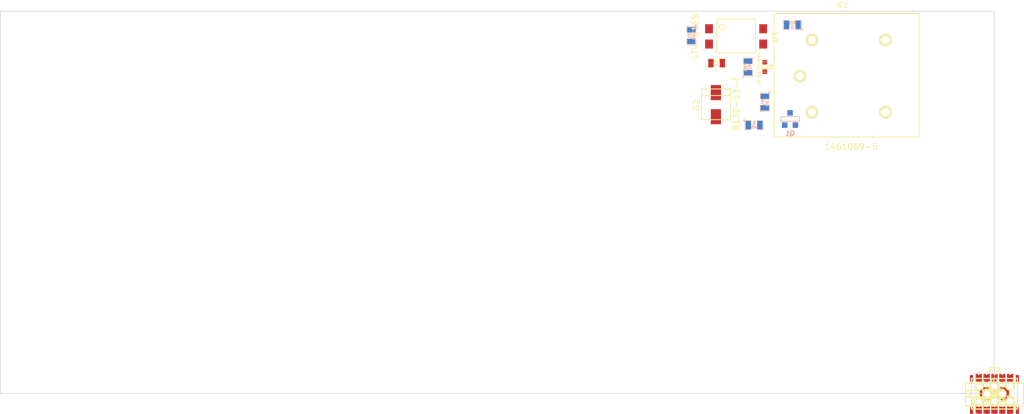
<source format=kicad_pcb>
(kicad_pcb (version 3) (host pcbnew "(2013-07-07 BZR 4022)-stable")

  (general
    (links 58)
    (no_connects 44)
    (area 81.991999 112.979999 247.192001 176.580001)
    (thickness 1.6)
    (drawings 4)
    (tracks 0)
    (zones 0)
    (modules 31)
    (nets 38)
  )

  (page USLedger)
  (title_block 
    (title BenchBudEE)
    (rev A)
    (company "Contextual Electronics")
  )

  (layers
    (15 F.Cu signal)
    (2 PWR power)
    (1 GND power)
    (0 B.Cu signal)
    (16 B.Adhes user)
    (17 F.Adhes user)
    (18 B.Paste user)
    (19 F.Paste user)
    (20 B.SilkS user)
    (21 F.SilkS user)
    (22 B.Mask user)
    (23 F.Mask user)
    (24 Dwgs.User user)
    (25 Cmts.User user)
    (26 Eco1.User user)
    (27 Eco2.User user)
    (28 Edge.Cuts user)
  )

  (setup
    (last_trace_width 0.254)
    (user_trace_width 0.1524)
    (trace_clearance 0.254)
    (zone_clearance 0.508)
    (zone_45_only no)
    (trace_min 0.1524)
    (segment_width 0.2)
    (edge_width 0.1)
    (via_size 0.889)
    (via_drill 0.635)
    (via_min_size 0.508)
    (via_min_drill 0.3302)
    (user_via 0.508 0.3302)
    (uvia_size 0.508)
    (uvia_drill 0.127)
    (uvias_allowed no)
    (uvia_min_size 0.508)
    (uvia_min_drill 0.111)
    (pcb_text_width 0.3)
    (pcb_text_size 1.5 1.5)
    (mod_edge_width 0.15)
    (mod_text_size 1 1)
    (mod_text_width 0.15)
    (pad_size 1.5 1.5)
    (pad_drill 0.6)
    (pad_to_mask_clearance 0.254)
    (solder_mask_min_width 0.127)
    (aux_axis_origin 0 0)
    (visible_elements 7FFFFFFF)
    (pcbplotparams
      (layerselection 3178497)
      (usegerberextensions true)
      (excludeedgelayer true)
      (linewidth 0.150000)
      (plotframeref false)
      (viasonmask false)
      (mode 1)
      (useauxorigin false)
      (hpglpennumber 1)
      (hpglpenspeed 20)
      (hpglpendiameter 15)
      (hpglpenoverlay 2)
      (psnegative false)
      (psa4output false)
      (plotreference true)
      (plotvalue true)
      (plotothertext true)
      (plotinvisibletext false)
      (padsonsilk false)
      (subtractmaskfromsilk false)
      (outputformat 1)
      (mirror false)
      (drillshape 1)
      (scaleselection 1)
      (outputdirectory ""))
  )

  (net 0 "")
  (net 1 +12P)
  (net 2 +12V)
  (net 3 +5V)
  (net 4 -12V)
  (net 5 /Arduino/ADC_CS_N)
  (net 6 /Arduino/CURR_MEAS)
  (net 7 /Arduino/MISO)
  (net 8 /Arduino/MOSI)
  (net 9 /Arduino/RELAY+)
  (net 10 /Arduino/RELAY-)
  (net 11 /Arduino/SCLK)
  (net 12 /Arduino/~DR)
  (net 13 /Arduino/~RESET)
  (net 14 GND)
  (net 15 N-00000114)
  (net 16 N-00000115)
  (net 17 N-0000058)
  (net 18 N-0000059)
  (net 19 N-0000060)
  (net 20 N-0000064)
  (net 21 N-0000065)
  (net 22 N-0000066)
  (net 23 N-0000067)
  (net 24 N-0000068)
  (net 25 N-0000069)
  (net 26 N-0000070)
  (net 27 N-0000071)
  (net 28 N-0000072)
  (net 29 N-0000077)
  (net 30 N-0000078)
  (net 31 N-0000079)
  (net 32 N-0000080)
  (net 33 N-0000081)
  (net 34 N-0000082)
  (net 35 N-0000083)
  (net 36 N-0000084)
  (net 37 N-0000085)

  (net_class Default "This is the default net class."
    (clearance 0.254)
    (trace_width 0.254)
    (via_dia 0.889)
    (via_drill 0.635)
    (uvia_dia 0.508)
    (uvia_drill 0.127)
    (add_net "")
    (add_net +12P)
    (add_net +12V)
    (add_net +5V)
    (add_net -12V)
    (add_net /Arduino/ADC_CS_N)
    (add_net /Arduino/CURR_MEAS)
    (add_net /Arduino/MISO)
    (add_net /Arduino/MOSI)
    (add_net /Arduino/RELAY+)
    (add_net /Arduino/RELAY-)
    (add_net /Arduino/SCLK)
    (add_net /Arduino/~DR)
    (add_net /Arduino/~RESET)
    (add_net GND)
    (add_net N-00000114)
    (add_net N-00000115)
    (add_net N-0000058)
    (add_net N-0000059)
    (add_net N-0000060)
    (add_net N-0000064)
    (add_net N-0000065)
    (add_net N-0000066)
    (add_net N-0000067)
    (add_net N-0000068)
    (add_net N-0000069)
    (add_net N-0000070)
    (add_net N-0000071)
    (add_net N-0000072)
    (add_net N-0000077)
    (add_net N-0000078)
    (add_net N-0000079)
    (add_net N-0000080)
    (add_net N-0000081)
    (add_net N-0000082)
    (add_net N-0000083)
    (add_net N-0000084)
    (add_net N-0000085)
  )

  (module TE-SPDT (layer F.Cu) (tedit 53067AF7) (tstamp 53067B3D)
    (at 214.884 123.825)
    (path /52EC4DB9/52F44639)
    (fp_text reference K1 (at 7.1 -11.8) (layer F.SilkS)
      (effects (font (size 1 1) (thickness 0.15)))
    )
    (fp_text value 1461069-5 (at 8.5 11.7) (layer F.SilkS)
      (effects (font (size 1 1) (thickness 0.15)))
    )
    (fp_line (start 18.8 -10.4) (end 19.8 -10.4) (layer F.SilkS) (width 0.15))
    (fp_line (start 18.8 10.1) (end 19.8 10.1) (layer F.SilkS) (width 0.15))
    (fp_line (start -4.3 -10.4) (end 18.8 -10.4) (layer F.SilkS) (width 0.15))
    (fp_line (start 19.8 -10.4) (end 19.8 10.1) (layer F.SilkS) (width 0.15))
    (fp_line (start 18.8 10.1) (end -4.3 10.1) (layer F.SilkS) (width 0.15))
    (fp_line (start -4.3 10.1) (end -4.3 -10.4) (layer F.SilkS) (width 0.15))
    (pad 1 thru_hole circle (at 0 0) (size 2 2) (drill 1.3)
      (layers *.Cu *.Mask F.SilkS)
    )
    (pad 2 thru_hole circle (at 2 -6) (size 2 2) (drill 1.3)
      (layers *.Cu *.Mask F.SilkS)
      (net 33 N-0000081)
    )
    (pad 3 thru_hole circle (at 14.2 -6) (size 2 2) (drill 1.3)
      (layers *.Cu *.Mask F.SilkS)
    )
    (pad 4 thru_hole circle (at 14.2 6) (size 2 2) (drill 1.3)
      (layers *.Cu *.Mask F.SilkS)
    )
    (pad 5 thru_hole circle (at 2 6) (size 2 2) (drill 1.3)
      (layers *.Cu *.Mask F.SilkS)
      (net 37 N-0000085)
    )
  )

  (module SOT23EBC (layer B.Cu) (tedit 3F980186) (tstamp 53067B48)
    (at 213.233 130.937)
    (descr "Module CMS SOT23 Transistore EBC")
    (tags "CMS SOT")
    (path /52EC4DB9/52F440EA)
    (attr smd)
    (fp_text reference Q1 (at 0 2.413) (layer B.SilkS)
      (effects (font (size 0.762 0.762) (thickness 0.2032)) (justify mirror))
    )
    (fp_text value 2N3904 (at 0 0) (layer B.SilkS) hide
      (effects (font (size 0.762 0.762) (thickness 0.2032)) (justify mirror))
    )
    (fp_line (start -1.524 0.381) (end 1.524 0.381) (layer B.SilkS) (width 0.127))
    (fp_line (start 1.524 0.381) (end 1.524 -0.381) (layer B.SilkS) (width 0.127))
    (fp_line (start 1.524 -0.381) (end -1.524 -0.381) (layer B.SilkS) (width 0.127))
    (fp_line (start -1.524 -0.381) (end -1.524 0.381) (layer B.SilkS) (width 0.127))
    (pad 1 smd rect (at -0.889 1.016) (size 0.9144 0.9144)
      (layers B.Cu B.Paste B.Mask)
      (net 30 N-0000078)
    )
    (pad 2 smd rect (at 0.889 1.016) (size 0.9144 0.9144)
      (layers B.Cu B.Paste B.Mask)
      (net 31 N-0000079)
    )
    (pad 3 smd rect (at 0 -1.016) (size 0.9144 0.9144)
      (layers B.Cu B.Paste B.Mask)
      (net 37 N-0000085)
    )
    (model smd/cms_sot23.wrl
      (at (xyz 0 0 0))
      (scale (xyz 0.13 0.15 0.15))
      (rotate (xyz 0 0 0))
    )
  )

  (module SMA (layer F.Cu) (tedit 530677C5) (tstamp 53067B53)
    (at 200.914 130.556 90)
    (path /52EC4DB9/52F44F61)
    (fp_text reference D2 (at 1.9 -3.2 90) (layer F.SilkS)
      (effects (font (size 1 1) (thickness 0.15)))
    )
    (fp_text value B130-13-F (at 2.2 3.4 90) (layer F.SilkS)
      (effects (font (size 1 1) (thickness 0.15)))
    )
    (fp_line (start 3.5 -2.4) (end 3.5 2.4) (layer F.SilkS) (width 0.15))
    (fp_line (start -0.5 -2.4) (end -0.5 2.4) (layer F.SilkS) (width 0.15))
    (fp_line (start -0.5 2.4) (end 4.6 2.4) (layer F.SilkS) (width 0.15))
    (fp_line (start 4.6 2.4) (end 4.6 -2.4) (layer F.SilkS) (width 0.15))
    (fp_line (start 4.6 -2.4) (end -0.5 -2.4) (layer F.SilkS) (width 0.15))
    (pad 1 smd rect (at 0 0 90) (size 2.5 1.7)
      (layers F.Cu F.Paste F.Mask)
      (net 37 N-0000085)
    )
    (pad 2 smd rect (at 4 0 90) (size 2.5 1.7)
      (layers F.Cu F.Paste F.Mask)
      (net 33 N-0000081)
    )
  )

  (module SM0805 (layer B.Cu) (tedit 5091495C) (tstamp 53067B60)
    (at 209.042 128.143 270)
    (path /52EC4DB9/52F440DB)
    (attr smd)
    (fp_text reference R4 (at 0 0.3175 270) (layer B.SilkS)
      (effects (font (size 0.50038 0.50038) (thickness 0.10922)) (justify mirror))
    )
    (fp_text value 100 (at 0 -0.381 270) (layer B.SilkS)
      (effects (font (size 0.50038 0.50038) (thickness 0.10922)) (justify mirror))
    )
    (fp_circle (center -1.651 -0.762) (end -1.651 -0.635) (layer B.SilkS) (width 0.09906))
    (fp_line (start -0.508 -0.762) (end -1.524 -0.762) (layer B.SilkS) (width 0.09906))
    (fp_line (start -1.524 -0.762) (end -1.524 0.762) (layer B.SilkS) (width 0.09906))
    (fp_line (start -1.524 0.762) (end -0.508 0.762) (layer B.SilkS) (width 0.09906))
    (fp_line (start 0.508 0.762) (end 1.524 0.762) (layer B.SilkS) (width 0.09906))
    (fp_line (start 1.524 0.762) (end 1.524 -0.762) (layer B.SilkS) (width 0.09906))
    (fp_line (start 1.524 -0.762) (end 0.508 -0.762) (layer B.SilkS) (width 0.09906))
    (pad 1 smd rect (at -0.9525 0 270) (size 0.889 1.397)
      (layers B.Cu B.Paste B.Mask)
      (net 32 N-0000080)
    )
    (pad 2 smd rect (at 0.9525 0 270) (size 0.889 1.397)
      (layers B.Cu B.Paste B.Mask)
      (net 31 N-0000079)
    )
    (model smd/chip_cms.wrl
      (at (xyz 0 0 0))
      (scale (xyz 0.1 0.1 0.1))
      (rotate (xyz 0 0 0))
    )
  )

  (module SM0805 (layer F.Cu) (tedit 5091495C) (tstamp 53067B6D)
    (at 201.041 121.666)
    (path /52EC4DB9/52F44A89)
    (attr smd)
    (fp_text reference R3 (at 0 -0.3175) (layer F.SilkS)
      (effects (font (size 0.50038 0.50038) (thickness 0.10922)))
    )
    (fp_text value 0 (at 0 0.381) (layer F.SilkS)
      (effects (font (size 0.50038 0.50038) (thickness 0.10922)))
    )
    (fp_circle (center -1.651 0.762) (end -1.651 0.635) (layer F.SilkS) (width 0.09906))
    (fp_line (start -0.508 0.762) (end -1.524 0.762) (layer F.SilkS) (width 0.09906))
    (fp_line (start -1.524 0.762) (end -1.524 -0.762) (layer F.SilkS) (width 0.09906))
    (fp_line (start -1.524 -0.762) (end -0.508 -0.762) (layer F.SilkS) (width 0.09906))
    (fp_line (start 0.508 -0.762) (end 1.524 -0.762) (layer F.SilkS) (width 0.09906))
    (fp_line (start 1.524 -0.762) (end 1.524 0.762) (layer F.SilkS) (width 0.09906))
    (fp_line (start 1.524 0.762) (end 0.508 0.762) (layer F.SilkS) (width 0.09906))
    (pad 1 smd rect (at -0.9525 0) (size 0.889 1.397)
      (layers F.Cu F.Paste F.Mask)
      (net 36 N-0000084)
    )
    (pad 2 smd rect (at 0.9525 0) (size 0.889 1.397)
      (layers F.Cu F.Paste F.Mask)
      (net 1 +12P)
    )
    (model smd/chip_cms.wrl
      (at (xyz 0 0 0))
      (scale (xyz 0.1 0.1 0.1))
      (rotate (xyz 0 0 0))
    )
  )

  (module SM0805 (layer B.Cu) (tedit 5091495C) (tstamp 53067B7A)
    (at 213.614 115.316 180)
    (path /52EC4DB9/5305F4BB)
    (attr smd)
    (fp_text reference R5 (at 0 0.3175 180) (layer B.SilkS)
      (effects (font (size 0.50038 0.50038) (thickness 0.10922)) (justify mirror))
    )
    (fp_text value 0 (at 0 -0.381 180) (layer B.SilkS)
      (effects (font (size 0.50038 0.50038) (thickness 0.10922)) (justify mirror))
    )
    (fp_circle (center -1.651 -0.762) (end -1.651 -0.635) (layer B.SilkS) (width 0.09906))
    (fp_line (start -0.508 -0.762) (end -1.524 -0.762) (layer B.SilkS) (width 0.09906))
    (fp_line (start -1.524 -0.762) (end -1.524 0.762) (layer B.SilkS) (width 0.09906))
    (fp_line (start -1.524 0.762) (end -0.508 0.762) (layer B.SilkS) (width 0.09906))
    (fp_line (start 0.508 0.762) (end 1.524 0.762) (layer B.SilkS) (width 0.09906))
    (fp_line (start 1.524 0.762) (end 1.524 -0.762) (layer B.SilkS) (width 0.09906))
    (fp_line (start 1.524 -0.762) (end 0.508 -0.762) (layer B.SilkS) (width 0.09906))
    (pad 1 smd rect (at -0.9525 0 180) (size 0.889 1.397)
      (layers B.Cu B.Paste B.Mask)
      (net 33 N-0000081)
    )
    (pad 2 smd rect (at 0.9525 0 180) (size 0.889 1.397)
      (layers B.Cu B.Paste B.Mask)
      (net 1 +12P)
    )
    (model smd/chip_cms.wrl
      (at (xyz 0 0 0))
      (scale (xyz 0.1 0.1 0.1))
      (rotate (xyz 0 0 0))
    )
  )

  (module SM0805 (layer B.Cu) (tedit 5091495C) (tstamp 53067B87)
    (at 196.85 117.094 270)
    (path /52EC4DB9/52F44AFE)
    (attr smd)
    (fp_text reference R1 (at 0 0.3175 270) (layer B.SilkS)
      (effects (font (size 0.50038 0.50038) (thickness 0.10922)) (justify mirror))
    )
    (fp_text value 500 (at 0 -0.381 270) (layer B.SilkS)
      (effects (font (size 0.50038 0.50038) (thickness 0.10922)) (justify mirror))
    )
    (fp_circle (center -1.651 -0.762) (end -1.651 -0.635) (layer B.SilkS) (width 0.09906))
    (fp_line (start -0.508 -0.762) (end -1.524 -0.762) (layer B.SilkS) (width 0.09906))
    (fp_line (start -1.524 -0.762) (end -1.524 0.762) (layer B.SilkS) (width 0.09906))
    (fp_line (start -1.524 0.762) (end -0.508 0.762) (layer B.SilkS) (width 0.09906))
    (fp_line (start 0.508 0.762) (end 1.524 0.762) (layer B.SilkS) (width 0.09906))
    (fp_line (start 1.524 0.762) (end 1.524 -0.762) (layer B.SilkS) (width 0.09906))
    (fp_line (start 1.524 -0.762) (end 0.508 -0.762) (layer B.SilkS) (width 0.09906))
    (pad 1 smd rect (at -0.9525 0 270) (size 0.889 1.397)
      (layers B.Cu B.Paste B.Mask)
      (net 35 N-0000083)
    )
    (pad 2 smd rect (at 0.9525 0 270) (size 0.889 1.397)
      (layers B.Cu B.Paste B.Mask)
      (net 10 /Arduino/RELAY-)
    )
    (model smd/chip_cms.wrl
      (at (xyz 0 0 0))
      (scale (xyz 0.1 0.1 0.1))
      (rotate (xyz 0 0 0))
    )
  )

  (module SM0805 (layer B.Cu) (tedit 5091495C) (tstamp 53067B94)
    (at 206.248 122.301 90)
    (path /52EC4DB9/52F44A66)
    (attr smd)
    (fp_text reference R2 (at 0 0.3175 90) (layer B.SilkS)
      (effects (font (size 0.50038 0.50038) (thickness 0.10922)) (justify mirror))
    )
    (fp_text value 200 (at 0 -0.381 90) (layer B.SilkS)
      (effects (font (size 0.50038 0.50038) (thickness 0.10922)) (justify mirror))
    )
    (fp_circle (center -1.651 -0.762) (end -1.651 -0.635) (layer B.SilkS) (width 0.09906))
    (fp_line (start -0.508 -0.762) (end -1.524 -0.762) (layer B.SilkS) (width 0.09906))
    (fp_line (start -1.524 -0.762) (end -1.524 0.762) (layer B.SilkS) (width 0.09906))
    (fp_line (start -1.524 0.762) (end -0.508 0.762) (layer B.SilkS) (width 0.09906))
    (fp_line (start 0.508 0.762) (end 1.524 0.762) (layer B.SilkS) (width 0.09906))
    (fp_line (start 1.524 0.762) (end 1.524 -0.762) (layer B.SilkS) (width 0.09906))
    (fp_line (start 1.524 -0.762) (end 0.508 -0.762) (layer B.SilkS) (width 0.09906))
    (pad 1 smd rect (at -0.9525 0 90) (size 0.889 1.397)
      (layers B.Cu B.Paste B.Mask)
      (net 14 GND)
    )
    (pad 2 smd rect (at 0.9525 0 90) (size 0.889 1.397)
      (layers B.Cu B.Paste B.Mask)
      (net 34 N-0000082)
    )
    (model smd/chip_cms.wrl
      (at (xyz 0 0 0))
      (scale (xyz 0.1 0.1 0.1))
      (rotate (xyz 0 0 0))
    )
  )

  (module SM0805 (layer B.Cu) (tedit 5091495C) (tstamp 53067BA1)
    (at 207.264 131.953)
    (path /52EC4DB9/52F448EE)
    (attr smd)
    (fp_text reference R6 (at 0 0.3175) (layer B.SilkS)
      (effects (font (size 0.50038 0.50038) (thickness 0.10922)) (justify mirror))
    )
    (fp_text value 0 (at 0 -0.381) (layer B.SilkS)
      (effects (font (size 0.50038 0.50038) (thickness 0.10922)) (justify mirror))
    )
    (fp_circle (center -1.651 -0.762) (end -1.651 -0.635) (layer B.SilkS) (width 0.09906))
    (fp_line (start -0.508 -0.762) (end -1.524 -0.762) (layer B.SilkS) (width 0.09906))
    (fp_line (start -1.524 -0.762) (end -1.524 0.762) (layer B.SilkS) (width 0.09906))
    (fp_line (start -1.524 0.762) (end -0.508 0.762) (layer B.SilkS) (width 0.09906))
    (fp_line (start 0.508 0.762) (end 1.524 0.762) (layer B.SilkS) (width 0.09906))
    (fp_line (start 1.524 0.762) (end 1.524 -0.762) (layer B.SilkS) (width 0.09906))
    (fp_line (start 1.524 -0.762) (end 0.508 -0.762) (layer B.SilkS) (width 0.09906))
    (pad 1 smd rect (at -0.9525 0) (size 0.889 1.397)
      (layers B.Cu B.Paste B.Mask)
      (net 14 GND)
    )
    (pad 2 smd rect (at 0.9525 0) (size 0.889 1.397)
      (layers B.Cu B.Paste B.Mask)
      (net 30 N-0000078)
    )
    (model smd/chip_cms.wrl
      (at (xyz 0 0 0))
      (scale (xyz 0.1 0.1 0.1))
      (rotate (xyz 0 0 0))
    )
  )

  (module LED-0603 (layer F.Cu) (tedit 4E16AFB4) (tstamp 53067BBD)
    (at 209.042 122.301 270)
    (descr "LED 0603 smd package")
    (tags "LED led 0603 SMD smd SMT smt smdled SMDLED smtled SMTLED")
    (path /52EC4DB9/52F440F9)
    (attr smd)
    (fp_text reference D1 (at 0 -1.016 270) (layer F.SilkS)
      (effects (font (size 0.508 0.508) (thickness 0.127)))
    )
    (fp_text value "LG Q971-KN-1" (at 0 1.016 270) (layer F.SilkS)
      (effects (font (size 0.508 0.508) (thickness 0.127)))
    )
    (fp_line (start 0.44958 -0.44958) (end 0.44958 0.44958) (layer F.SilkS) (width 0.06604))
    (fp_line (start 0.44958 0.44958) (end 0.84836 0.44958) (layer F.SilkS) (width 0.06604))
    (fp_line (start 0.84836 -0.44958) (end 0.84836 0.44958) (layer F.SilkS) (width 0.06604))
    (fp_line (start 0.44958 -0.44958) (end 0.84836 -0.44958) (layer F.SilkS) (width 0.06604))
    (fp_line (start -0.84836 -0.44958) (end -0.84836 0.44958) (layer F.SilkS) (width 0.06604))
    (fp_line (start -0.84836 0.44958) (end -0.44958 0.44958) (layer F.SilkS) (width 0.06604))
    (fp_line (start -0.44958 -0.44958) (end -0.44958 0.44958) (layer F.SilkS) (width 0.06604))
    (fp_line (start -0.84836 -0.44958) (end -0.44958 -0.44958) (layer F.SilkS) (width 0.06604))
    (fp_line (start 0 -0.44958) (end 0 -0.29972) (layer F.SilkS) (width 0.06604))
    (fp_line (start 0 -0.29972) (end 0.29972 -0.29972) (layer F.SilkS) (width 0.06604))
    (fp_line (start 0.29972 -0.44958) (end 0.29972 -0.29972) (layer F.SilkS) (width 0.06604))
    (fp_line (start 0 -0.44958) (end 0.29972 -0.44958) (layer F.SilkS) (width 0.06604))
    (fp_line (start 0 0.29972) (end 0 0.44958) (layer F.SilkS) (width 0.06604))
    (fp_line (start 0 0.44958) (end 0.29972 0.44958) (layer F.SilkS) (width 0.06604))
    (fp_line (start 0.29972 0.29972) (end 0.29972 0.44958) (layer F.SilkS) (width 0.06604))
    (fp_line (start 0 0.29972) (end 0.29972 0.29972) (layer F.SilkS) (width 0.06604))
    (fp_line (start 0 -0.14986) (end 0 0.14986) (layer F.SilkS) (width 0.06604))
    (fp_line (start 0 0.14986) (end 0.29972 0.14986) (layer F.SilkS) (width 0.06604))
    (fp_line (start 0.29972 -0.14986) (end 0.29972 0.14986) (layer F.SilkS) (width 0.06604))
    (fp_line (start 0 -0.14986) (end 0.29972 -0.14986) (layer F.SilkS) (width 0.06604))
    (fp_line (start 0.44958 -0.39878) (end -0.44958 -0.39878) (layer F.SilkS) (width 0.1016))
    (fp_line (start 0.44958 0.39878) (end -0.44958 0.39878) (layer F.SilkS) (width 0.1016))
    (pad 1 smd rect (at -0.7493 0 270) (size 0.79756 0.79756)
      (layers F.Cu F.Paste F.Mask)
      (net 32 N-0000080)
    )
    (pad 2 smd rect (at 0.7493 0 270) (size 0.79756 0.79756)
      (layers F.Cu F.Paste F.Mask)
      (net 34 N-0000082)
    )
  )

  (module 4-SMD (layer F.Cu) (tedit 53067391) (tstamp 53067BCA)
    (at 199.771 115.951 270)
    (path /52EC4DB9/5305DFF2)
    (fp_text reference U1 (at 1.3 -10.9 270) (layer F.SilkS)
      (effects (font (size 1 1) (thickness 0.15)))
    )
    (fp_text value LTV-816S (at 1.3 2.3 270) (layer F.SilkS)
      (effects (font (size 1 1) (thickness 0.15)))
    )
    (fp_circle (center -0.2 -2.2) (end 0.2 -1.9) (layer F.SilkS) (width 0.15))
    (fp_line (start -1.6 -1.3) (end 4 -1.3) (layer F.SilkS) (width 0.15))
    (fp_line (start 4 -1.3) (end 4 -7.7) (layer F.SilkS) (width 0.15))
    (fp_line (start 4 -7.7) (end -1.6 -7.7) (layer F.SilkS) (width 0.15))
    (fp_line (start -1.6 -7.7) (end -1.6 -1.3) (layer F.SilkS) (width 0.15))
    (pad 1 smd rect (at 0 0 270) (size 1.5 1.3)
      (layers F.Cu F.Paste F.Mask)
      (net 9 /Arduino/RELAY+)
    )
    (pad 2 smd rect (at 2.54 0 270) (size 1.5 1.3)
      (layers F.Cu F.Paste F.Mask)
      (net 35 N-0000083)
    )
    (pad 3 smd rect (at 2.54 -9 270) (size 1.5 1.3)
      (layers F.Cu F.Paste F.Mask)
      (net 32 N-0000080)
    )
    (pad 4 smd rect (at 0 -9 270) (size 1.5 1.3)
      (layers F.Cu F.Paste F.Mask)
      (net 36 N-0000084)
    )
  )

  (module SSOP20 (layer F.Cu) (tedit 48B5A104) (tstamp 5306D162)
    (at 247.192001 176.585001)
    (descr "SSOP 20 pins")
    (tags "CMS SSOP SMD")
    (path /52EC4DA4/5306CB7F)
    (attr smd)
    (fp_text reference U2 (at 0 -0.635) (layer F.SilkS)
      (effects (font (size 0.762 0.762) (thickness 0.127)))
    )
    (fp_text value MCP3901 (at 0 0.635) (layer F.SilkS)
      (effects (font (size 0.762 0.762) (thickness 0.127)))
    )
    (fp_line (start 3.81 -1.778) (end -3.81 -1.778) (layer F.SilkS) (width 0.1651))
    (fp_line (start -3.81 1.778) (end 3.81 1.778) (layer F.SilkS) (width 0.1651))
    (fp_line (start 3.81 -1.778) (end 3.81 1.778) (layer F.SilkS) (width 0.1651))
    (fp_line (start -3.81 1.778) (end -3.81 -1.778) (layer F.SilkS) (width 0.1524))
    (fp_circle (center -3.302 1.27) (end -3.556 1.016) (layer F.SilkS) (width 0.127))
    (fp_line (start -3.81 -0.635) (end -3.048 -0.635) (layer F.SilkS) (width 0.127))
    (fp_line (start -3.048 -0.635) (end -3.048 0.635) (layer F.SilkS) (width 0.127))
    (fp_line (start -3.048 0.635) (end -3.81 0.635) (layer F.SilkS) (width 0.127))
    (pad 1 smd rect (at -2.921 2.667) (size 0.4064 1.27)
      (layers F.Cu F.Paste F.Mask)
      (net 13 /Arduino/~RESET)
    )
    (pad 2 smd rect (at -2.286 2.667) (size 0.4064 1.27)
      (layers F.Cu F.Paste F.Mask)
      (net 3 +5V)
    )
    (pad 3 smd rect (at -1.6256 2.667) (size 0.4064 1.27)
      (layers F.Cu F.Paste F.Mask)
      (net 3 +5V)
    )
    (pad 4 smd rect (at -0.9652 2.667) (size 0.4064 1.27)
      (layers F.Cu F.Paste F.Mask)
      (net 26 N-0000070)
    )
    (pad 5 smd rect (at -0.3302 2.667) (size 0.4064 1.27)
      (layers F.Cu F.Paste F.Mask)
      (net 3 +5V)
    )
    (pad 6 smd rect (at 0.3302 2.667) (size 0.4064 1.27)
      (layers F.Cu F.Paste F.Mask)
      (net 3 +5V)
    )
    (pad 7 smd rect (at 0.9906 2.667) (size 0.4064 1.27)
      (layers F.Cu F.Paste F.Mask)
      (net 17 N-0000058)
    )
    (pad 8 smd rect (at 1.6256 2.667) (size 0.4064 1.27)
      (layers F.Cu F.Paste F.Mask)
      (net 3 +5V)
    )
    (pad 9 smd rect (at 2.286 2.667) (size 0.4064 1.27)
      (layers F.Cu F.Paste F.Mask)
    )
    (pad 10 smd rect (at 2.921 2.667) (size 0.4064 1.27)
      (layers F.Cu F.Paste F.Mask)
    )
    (pad 11 smd rect (at 2.921 -2.667) (size 0.4064 1.27)
      (layers F.Cu F.Paste F.Mask)
      (net 3 +5V)
    )
    (pad 12 smd rect (at 2.286 -2.667) (size 0.4064 1.27)
      (layers F.Cu F.Paste F.Mask)
      (net 18 N-0000059)
    )
    (pad 13 smd rect (at 1.6256 -2.667) (size 0.4064 1.27)
      (layers F.Cu F.Paste F.Mask)
      (net 19 N-0000060)
    )
    (pad 14 smd rect (at 0.9906 -2.667) (size 0.4064 1.27)
      (layers F.Cu F.Paste F.Mask)
      (net 12 /Arduino/~DR)
    )
    (pad 15 smd rect (at 0.3302 -2.667) (size 0.4064 1.27)
      (layers F.Cu F.Paste F.Mask)
    )
    (pad 16 smd rect (at -0.3302 -2.667) (size 0.4064 1.27)
      (layers F.Cu F.Paste F.Mask)
    )
    (pad 17 smd rect (at -0.9652 -2.667) (size 0.4064 1.27)
      (layers F.Cu F.Paste F.Mask)
      (net 5 /Arduino/ADC_CS_N)
    )
    (pad 18 smd rect (at -1.6256 -2.667) (size 0.4064 1.27)
      (layers F.Cu F.Paste F.Mask)
      (net 11 /Arduino/SCLK)
    )
    (pad 19 smd rect (at -2.286 -2.667) (size 0.4064 1.27)
      (layers F.Cu F.Paste F.Mask)
      (net 7 /Arduino/MISO)
    )
    (pad 20 smd rect (at -2.921 -2.667) (size 0.4064 1.27)
      (layers F.Cu F.Paste F.Mask)
      (net 8 /Arduino/MOSI)
    )
    (model smd/cms_so20.wrl
      (at (xyz 0 0 0))
      (scale (xyz 0.255 0.33 0.3))
      (rotate (xyz 0 0 0))
    )
  )

  (module SOT353 (layer F.Cu) (tedit 503FB44B) (tstamp 5306D16F)
    (at 247.192001 176.585001)
    (descr SOT353)
    (path /52EC4DA4/5306E66F)
    (attr smd)
    (fp_text reference U3 (at 0.09906 0 90) (layer F.SilkS)
      (effects (font (size 0.762 0.635) (thickness 0.127)))
    )
    (fp_text value LMT84 (at 0.09906 0 90) (layer F.SilkS) hide
      (effects (font (size 0.762 0.635) (thickness 0.127)))
    )
    (fp_line (start 0.635 1.016) (end 0.635 -1.016) (layer F.SilkS) (width 0.1524))
    (fp_line (start 0.635 -1.016) (end -0.635 -1.016) (layer F.SilkS) (width 0.1524))
    (fp_line (start -0.635 -1.016) (end -0.635 1.016) (layer F.SilkS) (width 0.1524))
    (fp_line (start -0.635 1.016) (end 0.635 1.016) (layer F.SilkS) (width 0.1524))
    (pad 1 smd rect (at -1.016 -0.635) (size 0.508 0.3048)
      (layers F.Cu F.Paste F.Mask)
      (net 3 +5V)
    )
    (pad 3 smd rect (at -1.016 0.635) (size 0.508 0.3048)
      (layers F.Cu F.Paste F.Mask)
      (net 17 N-0000058)
    )
    (pad 5 smd rect (at 1.016 -0.635) (size 0.508 0.3048)
      (layers F.Cu F.Paste F.Mask)
      (net 3 +5V)
    )
    (pad 2 smd rect (at -1.016 0) (size 0.508 0.3048)
      (layers F.Cu F.Paste F.Mask)
      (net 3 +5V)
    )
    (pad 4 smd rect (at 1.016 0.635) (size 0.508 0.3048)
      (layers F.Cu F.Paste F.Mask)
      (net 3 +5V)
    )
    (model smd/SOT23_5.wrl
      (at (xyz 0 0 0))
      (scale (xyz 0.07000000000000001 0.09 0.08))
      (rotate (xyz 0 0 90))
    )
  )

  (module SO14E (layer F.Cu) (tedit 42806FBF) (tstamp 5306D188)
    (at 247.192001 176.585001)
    (descr "module CMS SOJ 14 pins etroit")
    (tags "CMS SOJ")
    (path /52EC4DA4/52F20391)
    (attr smd)
    (fp_text reference U4 (at 0 -0.762) (layer F.SilkS)
      (effects (font (size 1.016 1.143) (thickness 0.127)))
    )
    (fp_text value OPA4170 (at 0 1.016) (layer F.SilkS)
      (effects (font (size 1.016 1.016) (thickness 0.127)))
    )
    (fp_line (start -4.826 -1.778) (end 4.826 -1.778) (layer F.SilkS) (width 0.2032))
    (fp_line (start 4.826 -1.778) (end 4.826 2.032) (layer F.SilkS) (width 0.2032))
    (fp_line (start 4.826 2.032) (end -4.826 2.032) (layer F.SilkS) (width 0.2032))
    (fp_line (start -4.826 2.032) (end -4.826 -1.778) (layer F.SilkS) (width 0.2032))
    (fp_line (start -4.826 -0.508) (end -4.064 -0.508) (layer F.SilkS) (width 0.2032))
    (fp_line (start -4.064 -0.508) (end -4.064 0.508) (layer F.SilkS) (width 0.2032))
    (fp_line (start -4.064 0.508) (end -4.826 0.508) (layer F.SilkS) (width 0.2032))
    (pad 1 smd rect (at -3.81 2.794) (size 0.508 1.143)
      (layers F.Cu F.Paste F.Mask)
      (net 26 N-0000070)
    )
    (pad 2 smd rect (at -2.54 2.794) (size 0.508 1.143)
      (layers F.Cu F.Paste F.Mask)
      (net 24 N-0000068)
    )
    (pad 3 smd rect (at -1.27 2.794) (size 0.508 1.143)
      (layers F.Cu F.Paste F.Mask)
      (net 27 N-0000071)
    )
    (pad 4 smd rect (at 0 2.794) (size 0.508 1.143)
      (layers F.Cu F.Paste F.Mask)
      (net 2 +12V)
    )
    (pad 5 smd rect (at 1.27 2.794) (size 0.508 1.143)
      (layers F.Cu F.Paste F.Mask)
      (net 16 N-00000115)
    )
    (pad 6 smd rect (at 2.54 2.794) (size 0.508 1.143)
      (layers F.Cu F.Paste F.Mask)
      (net 6 /Arduino/CURR_MEAS)
    )
    (pad 7 smd rect (at 3.81 2.794) (size 0.508 1.143)
      (layers F.Cu F.Paste F.Mask)
      (net 15 N-00000114)
    )
    (pad 8 smd rect (at 3.81 -2.54) (size 0.508 1.143)
      (layers F.Cu F.Paste F.Mask)
      (net 25 N-0000069)
    )
    (pad 9 smd rect (at 2.54 -2.54) (size 0.508 1.143)
      (layers F.Cu F.Paste F.Mask)
      (net 29 N-0000077)
    )
    (pad 10 smd rect (at 1.27 -2.54) (size 0.508 1.143)
      (layers F.Cu F.Paste F.Mask)
    )
    (pad 11 smd rect (at 0 -2.54) (size 0.508 1.143)
      (layers F.Cu F.Paste F.Mask)
      (net 4 -12V)
    )
    (pad 12 smd rect (at -1.27 -2.54) (size 0.508 1.143)
      (layers F.Cu F.Paste F.Mask)
    )
    (pad 13 smd rect (at -2.54 -2.54) (size 0.508 1.143)
      (layers F.Cu F.Paste F.Mask)
      (net 22 N-0000066)
    )
    (pad 14 smd rect (at -3.81 -2.54) (size 0.508 1.143)
      (layers F.Cu F.Paste F.Mask)
      (net 28 N-0000072)
    )
    (model smd/cms_so14.wrl
      (at (xyz 0 0 0))
      (scale (xyz 0.5 0.3 0.5))
      (rotate (xyz 0 0 0))
    )
  )

  (module SM1206 (layer F.Cu) (tedit 42806E24) (tstamp 5306D194)
    (at 247.192001 176.585001)
    (path /52EC4DA4/52F2053E)
    (attr smd)
    (fp_text reference R9 (at 0 0) (layer F.SilkS)
      (effects (font (size 0.762 0.762) (thickness 0.127)))
    )
    (fp_text value R (at 0 0) (layer F.SilkS) hide
      (effects (font (size 0.762 0.762) (thickness 0.127)))
    )
    (fp_line (start -2.54 -1.143) (end -2.54 1.143) (layer F.SilkS) (width 0.127))
    (fp_line (start -2.54 1.143) (end -0.889 1.143) (layer F.SilkS) (width 0.127))
    (fp_line (start 0.889 -1.143) (end 2.54 -1.143) (layer F.SilkS) (width 0.127))
    (fp_line (start 2.54 -1.143) (end 2.54 1.143) (layer F.SilkS) (width 0.127))
    (fp_line (start 2.54 1.143) (end 0.889 1.143) (layer F.SilkS) (width 0.127))
    (fp_line (start -0.889 -1.143) (end -2.54 -1.143) (layer F.SilkS) (width 0.127))
    (pad 1 smd rect (at -1.651 0) (size 1.524 2.032)
      (layers F.Cu F.Paste F.Mask)
      (net 24 N-0000068)
    )
    (pad 2 smd rect (at 1.651 0) (size 1.524 2.032)
      (layers F.Cu F.Paste F.Mask)
      (net 25 N-0000069)
    )
    (model smd/chip_cms.wrl
      (at (xyz 0 0 0))
      (scale (xyz 0.17 0.16 0.16))
      (rotate (xyz 0 0 0))
    )
  )

  (module SM1206 (layer F.Cu) (tedit 42806E24) (tstamp 5306D1A0)
    (at 247.192001 176.585001)
    (path /52EC4DA4/52F2054F)
    (attr smd)
    (fp_text reference R7 (at 0 0) (layer F.SilkS)
      (effects (font (size 0.762 0.762) (thickness 0.127)))
    )
    (fp_text value R (at 0 0) (layer F.SilkS) hide
      (effects (font (size 0.762 0.762) (thickness 0.127)))
    )
    (fp_line (start -2.54 -1.143) (end -2.54 1.143) (layer F.SilkS) (width 0.127))
    (fp_line (start -2.54 1.143) (end -0.889 1.143) (layer F.SilkS) (width 0.127))
    (fp_line (start 0.889 -1.143) (end 2.54 -1.143) (layer F.SilkS) (width 0.127))
    (fp_line (start 2.54 -1.143) (end 2.54 1.143) (layer F.SilkS) (width 0.127))
    (fp_line (start 2.54 1.143) (end 0.889 1.143) (layer F.SilkS) (width 0.127))
    (fp_line (start -0.889 -1.143) (end -2.54 -1.143) (layer F.SilkS) (width 0.127))
    (pad 1 smd rect (at -1.651 0) (size 1.524 2.032)
      (layers F.Cu F.Paste F.Mask)
      (net 26 N-0000070)
    )
    (pad 2 smd rect (at 1.651 0) (size 1.524 2.032)
      (layers F.Cu F.Paste F.Mask)
      (net 24 N-0000068)
    )
    (model smd/chip_cms.wrl
      (at (xyz 0 0 0))
      (scale (xyz 0.17 0.16 0.16))
      (rotate (xyz 0 0 0))
    )
  )

  (module SM1206 (layer F.Cu) (tedit 42806E24) (tstamp 5306D1AC)
    (at 247.192001 176.585001)
    (path /52EC4DA4/52F20559)
    (attr smd)
    (fp_text reference R10 (at 0 0) (layer F.SilkS)
      (effects (font (size 0.762 0.762) (thickness 0.127)))
    )
    (fp_text value R (at 0 0) (layer F.SilkS) hide
      (effects (font (size 0.762 0.762) (thickness 0.127)))
    )
    (fp_line (start -2.54 -1.143) (end -2.54 1.143) (layer F.SilkS) (width 0.127))
    (fp_line (start -2.54 1.143) (end -0.889 1.143) (layer F.SilkS) (width 0.127))
    (fp_line (start 0.889 -1.143) (end 2.54 -1.143) (layer F.SilkS) (width 0.127))
    (fp_line (start 2.54 -1.143) (end 2.54 1.143) (layer F.SilkS) (width 0.127))
    (fp_line (start 2.54 1.143) (end 0.889 1.143) (layer F.SilkS) (width 0.127))
    (fp_line (start -0.889 -1.143) (end -2.54 -1.143) (layer F.SilkS) (width 0.127))
    (pad 1 smd rect (at -1.651 0) (size 1.524 2.032)
      (layers F.Cu F.Paste F.Mask)
      (net 27 N-0000071)
    )
    (pad 2 smd rect (at 1.651 0) (size 1.524 2.032)
      (layers F.Cu F.Paste F.Mask)
      (net 28 N-0000072)
    )
    (model smd/chip_cms.wrl
      (at (xyz 0 0 0))
      (scale (xyz 0.17 0.16 0.16))
      (rotate (xyz 0 0 0))
    )
  )

  (module SM1206 (layer F.Cu) (tedit 42806E24) (tstamp 5306D1B8)
    (at 247.192001 176.585001)
    (path /52EC4DA4/52F20561)
    (attr smd)
    (fp_text reference R8 (at 0 0) (layer F.SilkS)
      (effects (font (size 0.762 0.762) (thickness 0.127)))
    )
    (fp_text value R (at 0 0) (layer F.SilkS) hide
      (effects (font (size 0.762 0.762) (thickness 0.127)))
    )
    (fp_line (start -2.54 -1.143) (end -2.54 1.143) (layer F.SilkS) (width 0.127))
    (fp_line (start -2.54 1.143) (end -0.889 1.143) (layer F.SilkS) (width 0.127))
    (fp_line (start 0.889 -1.143) (end 2.54 -1.143) (layer F.SilkS) (width 0.127))
    (fp_line (start 2.54 -1.143) (end 2.54 1.143) (layer F.SilkS) (width 0.127))
    (fp_line (start 2.54 1.143) (end 0.889 1.143) (layer F.SilkS) (width 0.127))
    (fp_line (start -0.889 -1.143) (end -2.54 -1.143) (layer F.SilkS) (width 0.127))
    (pad 1 smd rect (at -1.651 0) (size 1.524 2.032)
      (layers F.Cu F.Paste F.Mask)
      (net 3 +5V)
    )
    (pad 2 smd rect (at 1.651 0) (size 1.524 2.032)
      (layers F.Cu F.Paste F.Mask)
      (net 27 N-0000071)
    )
    (model smd/chip_cms.wrl
      (at (xyz 0 0 0))
      (scale (xyz 0.17 0.16 0.16))
      (rotate (xyz 0 0 0))
    )
  )

  (module SM0805 (layer F.Cu) (tedit 5091495C) (tstamp 5306D1C5)
    (at 247.192001 176.585001)
    (path /52EC4DA4/5306D100)
    (attr smd)
    (fp_text reference R44 (at 0 -0.3175) (layer F.SilkS)
      (effects (font (size 0.50038 0.50038) (thickness 0.10922)))
    )
    (fp_text value R (at 0 0.381) (layer F.SilkS)
      (effects (font (size 0.50038 0.50038) (thickness 0.10922)))
    )
    (fp_circle (center -1.651 0.762) (end -1.651 0.635) (layer F.SilkS) (width 0.09906))
    (fp_line (start -0.508 0.762) (end -1.524 0.762) (layer F.SilkS) (width 0.09906))
    (fp_line (start -1.524 0.762) (end -1.524 -0.762) (layer F.SilkS) (width 0.09906))
    (fp_line (start -1.524 -0.762) (end -0.508 -0.762) (layer F.SilkS) (width 0.09906))
    (fp_line (start 0.508 -0.762) (end 1.524 -0.762) (layer F.SilkS) (width 0.09906))
    (fp_line (start 1.524 -0.762) (end 1.524 0.762) (layer F.SilkS) (width 0.09906))
    (fp_line (start 1.524 0.762) (end 0.508 0.762) (layer F.SilkS) (width 0.09906))
    (pad 1 smd rect (at -0.9525 0) (size 0.889 1.397)
      (layers F.Cu F.Paste F.Mask)
      (net 20 N-0000064)
    )
    (pad 2 smd rect (at 0.9525 0) (size 0.889 1.397)
      (layers F.Cu F.Paste F.Mask)
      (net 22 N-0000066)
    )
    (model smd/chip_cms.wrl
      (at (xyz 0 0 0))
      (scale (xyz 0.1 0.1 0.1))
      (rotate (xyz 0 0 0))
    )
  )

  (module SM0805 (layer F.Cu) (tedit 5091495C) (tstamp 5306D1D2)
    (at 247.192001 176.585001)
    (path /52EC4DDC/52F6342F)
    (attr smd)
    (fp_text reference C1 (at 0 -0.3175) (layer F.SilkS)
      (effects (font (size 0.50038 0.50038) (thickness 0.10922)))
    )
    (fp_text value C (at 0 0.381) (layer F.SilkS)
      (effects (font (size 0.50038 0.50038) (thickness 0.10922)))
    )
    (fp_circle (center -1.651 0.762) (end -1.651 0.635) (layer F.SilkS) (width 0.09906))
    (fp_line (start -0.508 0.762) (end -1.524 0.762) (layer F.SilkS) (width 0.09906))
    (fp_line (start -1.524 0.762) (end -1.524 -0.762) (layer F.SilkS) (width 0.09906))
    (fp_line (start -1.524 -0.762) (end -0.508 -0.762) (layer F.SilkS) (width 0.09906))
    (fp_line (start 0.508 -0.762) (end 1.524 -0.762) (layer F.SilkS) (width 0.09906))
    (fp_line (start 1.524 -0.762) (end 1.524 0.762) (layer F.SilkS) (width 0.09906))
    (fp_line (start 1.524 0.762) (end 0.508 0.762) (layer F.SilkS) (width 0.09906))
    (pad 1 smd rect (at -0.9525 0) (size 0.889 1.397)
      (layers F.Cu F.Paste F.Mask)
      (net 2 +12V)
    )
    (pad 2 smd rect (at 0.9525 0) (size 0.889 1.397)
      (layers F.Cu F.Paste F.Mask)
      (net 14 GND)
    )
    (model smd/chip_cms.wrl
      (at (xyz 0 0 0))
      (scale (xyz 0.1 0.1 0.1))
      (rotate (xyz 0 0 0))
    )
  )

  (module SM0805 (layer F.Cu) (tedit 5091495C) (tstamp 5306D1DF)
    (at 247.192001 176.585001)
    (path /52EC4DA4/5306F66A)
    (attr smd)
    (fp_text reference C7 (at 0 -0.3175) (layer F.SilkS)
      (effects (font (size 0.50038 0.50038) (thickness 0.10922)))
    )
    (fp_text value C (at 0 0.381) (layer F.SilkS)
      (effects (font (size 0.50038 0.50038) (thickness 0.10922)))
    )
    (fp_circle (center -1.651 0.762) (end -1.651 0.635) (layer F.SilkS) (width 0.09906))
    (fp_line (start -0.508 0.762) (end -1.524 0.762) (layer F.SilkS) (width 0.09906))
    (fp_line (start -1.524 0.762) (end -1.524 -0.762) (layer F.SilkS) (width 0.09906))
    (fp_line (start -1.524 -0.762) (end -0.508 -0.762) (layer F.SilkS) (width 0.09906))
    (fp_line (start 0.508 -0.762) (end 1.524 -0.762) (layer F.SilkS) (width 0.09906))
    (fp_line (start 1.524 -0.762) (end 1.524 0.762) (layer F.SilkS) (width 0.09906))
    (fp_line (start 1.524 0.762) (end 0.508 0.762) (layer F.SilkS) (width 0.09906))
    (pad 1 smd rect (at -0.9525 0) (size 0.889 1.397)
      (layers F.Cu F.Paste F.Mask)
      (net 3 +5V)
    )
    (pad 2 smd rect (at 0.9525 0) (size 0.889 1.397)
      (layers F.Cu F.Paste F.Mask)
    )
    (model smd/chip_cms.wrl
      (at (xyz 0 0 0))
      (scale (xyz 0.1 0.1 0.1))
      (rotate (xyz 0 0 0))
    )
  )

  (module SM0805 (layer F.Cu) (tedit 5091495C) (tstamp 5306D1EC)
    (at 247.192001 176.585001)
    (path /52EC4DA4/5306F066)
    (attr smd)
    (fp_text reference C8 (at 0 -0.3175) (layer F.SilkS)
      (effects (font (size 0.50038 0.50038) (thickness 0.10922)))
    )
    (fp_text value C (at 0 0.381) (layer F.SilkS)
      (effects (font (size 0.50038 0.50038) (thickness 0.10922)))
    )
    (fp_circle (center -1.651 0.762) (end -1.651 0.635) (layer F.SilkS) (width 0.09906))
    (fp_line (start -0.508 0.762) (end -1.524 0.762) (layer F.SilkS) (width 0.09906))
    (fp_line (start -1.524 0.762) (end -1.524 -0.762) (layer F.SilkS) (width 0.09906))
    (fp_line (start -1.524 -0.762) (end -0.508 -0.762) (layer F.SilkS) (width 0.09906))
    (fp_line (start 0.508 -0.762) (end 1.524 -0.762) (layer F.SilkS) (width 0.09906))
    (fp_line (start 1.524 -0.762) (end 1.524 0.762) (layer F.SilkS) (width 0.09906))
    (fp_line (start 1.524 0.762) (end 0.508 0.762) (layer F.SilkS) (width 0.09906))
    (pad 1 smd rect (at -0.9525 0) (size 0.889 1.397)
      (layers F.Cu F.Paste F.Mask)
      (net 3 +5V)
    )
    (pad 2 smd rect (at 0.9525 0) (size 0.889 1.397)
      (layers F.Cu F.Paste F.Mask)
      (net 3 +5V)
    )
    (model smd/chip_cms.wrl
      (at (xyz 0 0 0))
      (scale (xyz 0.1 0.1 0.1))
      (rotate (xyz 0 0 0))
    )
  )

  (module SM0805 (layer F.Cu) (tedit 5091495C) (tstamp 5306D1F9)
    (at 247.192001 176.585001)
    (path /52EC4DA4/5306EA83)
    (attr smd)
    (fp_text reference C9 (at 0 -0.3175) (layer F.SilkS)
      (effects (font (size 0.50038 0.50038) (thickness 0.10922)))
    )
    (fp_text value C (at 0 0.381) (layer F.SilkS)
      (effects (font (size 0.50038 0.50038) (thickness 0.10922)))
    )
    (fp_circle (center -1.651 0.762) (end -1.651 0.635) (layer F.SilkS) (width 0.09906))
    (fp_line (start -0.508 0.762) (end -1.524 0.762) (layer F.SilkS) (width 0.09906))
    (fp_line (start -1.524 0.762) (end -1.524 -0.762) (layer F.SilkS) (width 0.09906))
    (fp_line (start -1.524 -0.762) (end -0.508 -0.762) (layer F.SilkS) (width 0.09906))
    (fp_line (start 0.508 -0.762) (end 1.524 -0.762) (layer F.SilkS) (width 0.09906))
    (fp_line (start 1.524 -0.762) (end 1.524 0.762) (layer F.SilkS) (width 0.09906))
    (fp_line (start 1.524 0.762) (end 0.508 0.762) (layer F.SilkS) (width 0.09906))
    (pad 1 smd rect (at -0.9525 0) (size 0.889 1.397)
      (layers F.Cu F.Paste F.Mask)
      (net 4 -12V)
    )
    (pad 2 smd rect (at 0.9525 0) (size 0.889 1.397)
      (layers F.Cu F.Paste F.Mask)
      (net 3 +5V)
    )
    (model smd/chip_cms.wrl
      (at (xyz 0 0 0))
      (scale (xyz 0.1 0.1 0.1))
      (rotate (xyz 0 0 0))
    )
  )

  (module SM0805 (layer F.Cu) (tedit 5091495C) (tstamp 5306D206)
    (at 247.192001 176.585001)
    (path /52EC4DA4/5306E94D)
    (attr smd)
    (fp_text reference C10 (at 0 -0.3175) (layer F.SilkS)
      (effects (font (size 0.50038 0.50038) (thickness 0.10922)))
    )
    (fp_text value C (at 0 0.381) (layer F.SilkS)
      (effects (font (size 0.50038 0.50038) (thickness 0.10922)))
    )
    (fp_circle (center -1.651 0.762) (end -1.651 0.635) (layer F.SilkS) (width 0.09906))
    (fp_line (start -0.508 0.762) (end -1.524 0.762) (layer F.SilkS) (width 0.09906))
    (fp_line (start -1.524 0.762) (end -1.524 -0.762) (layer F.SilkS) (width 0.09906))
    (fp_line (start -1.524 -0.762) (end -0.508 -0.762) (layer F.SilkS) (width 0.09906))
    (fp_line (start 0.508 -0.762) (end 1.524 -0.762) (layer F.SilkS) (width 0.09906))
    (fp_line (start 1.524 -0.762) (end 1.524 0.762) (layer F.SilkS) (width 0.09906))
    (fp_line (start 1.524 0.762) (end 0.508 0.762) (layer F.SilkS) (width 0.09906))
    (pad 1 smd rect (at -0.9525 0) (size 0.889 1.397)
      (layers F.Cu F.Paste F.Mask)
      (net 2 +12V)
    )
    (pad 2 smd rect (at 0.9525 0) (size 0.889 1.397)
      (layers F.Cu F.Paste F.Mask)
      (net 3 +5V)
    )
    (model smd/chip_cms.wrl
      (at (xyz 0 0 0))
      (scale (xyz 0.1 0.1 0.1))
      (rotate (xyz 0 0 0))
    )
  )

  (module SM0805 (layer F.Cu) (tedit 5091495C) (tstamp 5306D213)
    (at 247.192001 176.585001)
    (path /52EC4DA4/5306E894)
    (attr smd)
    (fp_text reference C11 (at 0 -0.3175) (layer F.SilkS)
      (effects (font (size 0.50038 0.50038) (thickness 0.10922)))
    )
    (fp_text value C (at 0 0.381) (layer F.SilkS)
      (effects (font (size 0.50038 0.50038) (thickness 0.10922)))
    )
    (fp_circle (center -1.651 0.762) (end -1.651 0.635) (layer F.SilkS) (width 0.09906))
    (fp_line (start -0.508 0.762) (end -1.524 0.762) (layer F.SilkS) (width 0.09906))
    (fp_line (start -1.524 0.762) (end -1.524 -0.762) (layer F.SilkS) (width 0.09906))
    (fp_line (start -1.524 -0.762) (end -0.508 -0.762) (layer F.SilkS) (width 0.09906))
    (fp_line (start 0.508 -0.762) (end 1.524 -0.762) (layer F.SilkS) (width 0.09906))
    (fp_line (start 1.524 -0.762) (end 1.524 0.762) (layer F.SilkS) (width 0.09906))
    (fp_line (start 1.524 0.762) (end 0.508 0.762) (layer F.SilkS) (width 0.09906))
    (pad 1 smd rect (at -0.9525 0) (size 0.889 1.397)
      (layers F.Cu F.Paste F.Mask)
      (net 3 +5V)
    )
    (pad 2 smd rect (at 0.9525 0) (size 0.889 1.397)
      (layers F.Cu F.Paste F.Mask)
      (net 3 +5V)
    )
    (model smd/chip_cms.wrl
      (at (xyz 0 0 0))
      (scale (xyz 0.1 0.1 0.1))
      (rotate (xyz 0 0 0))
    )
  )

  (module SM0805 (layer F.Cu) (tedit 5091495C) (tstamp 5306D220)
    (at 247.192001 176.585001)
    (path /52EC4DA4/5306D106)
    (attr smd)
    (fp_text reference R45 (at 0 -0.3175) (layer F.SilkS)
      (effects (font (size 0.50038 0.50038) (thickness 0.10922)))
    )
    (fp_text value R (at 0 0.381) (layer F.SilkS)
      (effects (font (size 0.50038 0.50038) (thickness 0.10922)))
    )
    (fp_circle (center -1.651 0.762) (end -1.651 0.635) (layer F.SilkS) (width 0.09906))
    (fp_line (start -0.508 0.762) (end -1.524 0.762) (layer F.SilkS) (width 0.09906))
    (fp_line (start -1.524 0.762) (end -1.524 -0.762) (layer F.SilkS) (width 0.09906))
    (fp_line (start -1.524 -0.762) (end -0.508 -0.762) (layer F.SilkS) (width 0.09906))
    (fp_line (start 0.508 -0.762) (end 1.524 -0.762) (layer F.SilkS) (width 0.09906))
    (fp_line (start 1.524 -0.762) (end 1.524 0.762) (layer F.SilkS) (width 0.09906))
    (fp_line (start 1.524 0.762) (end 0.508 0.762) (layer F.SilkS) (width 0.09906))
    (pad 1 smd rect (at -0.9525 0) (size 0.889 1.397)
      (layers F.Cu F.Paste F.Mask)
      (net 21 N-0000065)
    )
    (pad 2 smd rect (at 0.9525 0) (size 0.889 1.397)
      (layers F.Cu F.Paste F.Mask)
      (net 22 N-0000066)
    )
    (model smd/chip_cms.wrl
      (at (xyz 0 0 0))
      (scale (xyz 0.1 0.1 0.1))
      (rotate (xyz 0 0 0))
    )
  )

  (module SM0805 (layer F.Cu) (tedit 5091495C) (tstamp 5306D22D)
    (at 247.192001 176.585001)
    (path /52EC4DA4/5306D0FA)
    (attr smd)
    (fp_text reference R12 (at 0 -0.3175) (layer F.SilkS)
      (effects (font (size 0.50038 0.50038) (thickness 0.10922)))
    )
    (fp_text value R (at 0 0.381) (layer F.SilkS)
      (effects (font (size 0.50038 0.50038) (thickness 0.10922)))
    )
    (fp_circle (center -1.651 0.762) (end -1.651 0.635) (layer F.SilkS) (width 0.09906))
    (fp_line (start -0.508 0.762) (end -1.524 0.762) (layer F.SilkS) (width 0.09906))
    (fp_line (start -1.524 0.762) (end -1.524 -0.762) (layer F.SilkS) (width 0.09906))
    (fp_line (start -1.524 -0.762) (end -0.508 -0.762) (layer F.SilkS) (width 0.09906))
    (fp_line (start 0.508 -0.762) (end 1.524 -0.762) (layer F.SilkS) (width 0.09906))
    (fp_line (start 1.524 -0.762) (end 1.524 0.762) (layer F.SilkS) (width 0.09906))
    (fp_line (start 1.524 0.762) (end 0.508 0.762) (layer F.SilkS) (width 0.09906))
    (pad 1 smd rect (at -0.9525 0) (size 0.889 1.397)
      (layers F.Cu F.Paste F.Mask)
      (net 23 N-0000067)
    )
    (pad 2 smd rect (at 0.9525 0) (size 0.889 1.397)
      (layers F.Cu F.Paste F.Mask)
      (net 22 N-0000066)
    )
    (model smd/chip_cms.wrl
      (at (xyz 0 0 0))
      (scale (xyz 0.1 0.1 0.1))
      (rotate (xyz 0 0 0))
    )
  )

  (module SM0805 (layer F.Cu) (tedit 5091495C) (tstamp 5306D23A)
    (at 247.192001 176.585001)
    (path /52EC4DA4/52F204E6)
    (attr smd)
    (fp_text reference R13 (at 0 -0.3175) (layer F.SilkS)
      (effects (font (size 0.50038 0.50038) (thickness 0.10922)))
    )
    (fp_text value R (at 0 0.381) (layer F.SilkS)
      (effects (font (size 0.50038 0.50038) (thickness 0.10922)))
    )
    (fp_circle (center -1.651 0.762) (end -1.651 0.635) (layer F.SilkS) (width 0.09906))
    (fp_line (start -0.508 0.762) (end -1.524 0.762) (layer F.SilkS) (width 0.09906))
    (fp_line (start -1.524 0.762) (end -1.524 -0.762) (layer F.SilkS) (width 0.09906))
    (fp_line (start -1.524 -0.762) (end -0.508 -0.762) (layer F.SilkS) (width 0.09906))
    (fp_line (start 0.508 -0.762) (end 1.524 -0.762) (layer F.SilkS) (width 0.09906))
    (fp_line (start 1.524 -0.762) (end 1.524 0.762) (layer F.SilkS) (width 0.09906))
    (fp_line (start 1.524 0.762) (end 0.508 0.762) (layer F.SilkS) (width 0.09906))
    (pad 1 smd rect (at -0.9525 0) (size 0.889 1.397)
      (layers F.Cu F.Paste F.Mask)
      (net 22 N-0000066)
    )
    (pad 2 smd rect (at 0.9525 0) (size 0.889 1.397)
      (layers F.Cu F.Paste F.Mask)
      (net 28 N-0000072)
    )
    (model smd/chip_cms.wrl
      (at (xyz 0 0 0))
      (scale (xyz 0.1 0.1 0.1))
      (rotate (xyz 0 0 0))
    )
  )

  (module SM0805 (layer F.Cu) (tedit 5091495C) (tstamp 5306D247)
    (at 247.192001 176.585001)
    (path /52EC4DA4/52F204D2)
    (attr smd)
    (fp_text reference R11 (at 0 -0.3175) (layer F.SilkS)
      (effects (font (size 0.50038 0.50038) (thickness 0.10922)))
    )
    (fp_text value R (at 0 0.381) (layer F.SilkS)
      (effects (font (size 0.50038 0.50038) (thickness 0.10922)))
    )
    (fp_circle (center -1.651 0.762) (end -1.651 0.635) (layer F.SilkS) (width 0.09906))
    (fp_line (start -0.508 0.762) (end -1.524 0.762) (layer F.SilkS) (width 0.09906))
    (fp_line (start -1.524 0.762) (end -1.524 -0.762) (layer F.SilkS) (width 0.09906))
    (fp_line (start -1.524 -0.762) (end -0.508 -0.762) (layer F.SilkS) (width 0.09906))
    (fp_line (start 0.508 -0.762) (end 1.524 -0.762) (layer F.SilkS) (width 0.09906))
    (fp_line (start 1.524 -0.762) (end 1.524 0.762) (layer F.SilkS) (width 0.09906))
    (fp_line (start 1.524 0.762) (end 0.508 0.762) (layer F.SilkS) (width 0.09906))
    (pad 1 smd rect (at -0.9525 0) (size 0.889 1.397)
      (layers F.Cu F.Paste F.Mask)
      (net 25 N-0000069)
    )
    (pad 2 smd rect (at 0.9525 0) (size 0.889 1.397)
      (layers F.Cu F.Paste F.Mask)
      (net 29 N-0000077)
    )
    (model smd/chip_cms.wrl
      (at (xyz 0 0 0))
      (scale (xyz 0.1 0.1 0.1))
      (rotate (xyz 0 0 0))
    )
  )

  (module pin_array_3x2 (layer F.Cu) (tedit 42931587) (tstamp 5306D255)
    (at 247.192001 176.585001)
    (descr "Double rangee de contacts 2 x 4 pins")
    (tags CONN)
    (path /52EC4DA4/5306D41F)
    (fp_text reference P2 (at 0 -3.81) (layer F.SilkS)
      (effects (font (size 1.016 1.016) (thickness 0.2032)))
    )
    (fp_text value CONN_3X2 (at 0 3.81) (layer F.SilkS) hide
      (effects (font (size 1.016 1.016) (thickness 0.2032)))
    )
    (fp_line (start 3.81 2.54) (end -3.81 2.54) (layer F.SilkS) (width 0.2032))
    (fp_line (start -3.81 -2.54) (end 3.81 -2.54) (layer F.SilkS) (width 0.2032))
    (fp_line (start 3.81 -2.54) (end 3.81 2.54) (layer F.SilkS) (width 0.2032))
    (fp_line (start -3.81 2.54) (end -3.81 -2.54) (layer F.SilkS) (width 0.2032))
    (pad 1 thru_hole rect (at -2.54 1.27) (size 1.524 1.524) (drill 1.016)
      (layers *.Cu *.Mask F.SilkS)
      (net 29 N-0000077)
    )
    (pad 2 thru_hole circle (at -2.54 -1.27) (size 1.524 1.524) (drill 1.016)
      (layers *.Cu *.Mask F.SilkS)
      (net 21 N-0000065)
    )
    (pad 3 thru_hole circle (at 0 1.27) (size 1.524 1.524) (drill 1.016)
      (layers *.Cu *.Mask F.SilkS)
      (net 29 N-0000077)
    )
    (pad 4 thru_hole circle (at 0 -1.27) (size 1.524 1.524) (drill 1.016)
      (layers *.Cu *.Mask F.SilkS)
      (net 20 N-0000064)
    )
    (pad 5 thru_hole circle (at 2.54 1.27) (size 1.524 1.524) (drill 1.016)
      (layers *.Cu *.Mask F.SilkS)
      (net 29 N-0000077)
    )
    (pad 6 thru_hole circle (at 2.54 -1.27) (size 1.524 1.524) (drill 1.016)
      (layers *.Cu *.Mask F.SilkS)
      (net 23 N-0000067)
    )
    (model pin_array/pins_array_3x2.wrl
      (at (xyz 0 0 0))
      (scale (xyz 1 1 1))
      (rotate (xyz 0 0 0))
    )
  )

  (module PIN_ARRAY_2X1 (layer F.Cu) (tedit 4565C520) (tstamp 5306D25F)
    (at 247.192001 176.585001)
    (descr "Connecteurs 2 pins")
    (tags "CONN DEV")
    (path /52EC4DA4/53074EB7)
    (fp_text reference P3 (at 0 -1.905) (layer F.SilkS)
      (effects (font (size 0.762 0.762) (thickness 0.1524)))
    )
    (fp_text value CONN_2 (at 0 -1.905) (layer F.SilkS) hide
      (effects (font (size 0.762 0.762) (thickness 0.1524)))
    )
    (fp_line (start -2.54 1.27) (end -2.54 -1.27) (layer F.SilkS) (width 0.1524))
    (fp_line (start -2.54 -1.27) (end 2.54 -1.27) (layer F.SilkS) (width 0.1524))
    (fp_line (start 2.54 -1.27) (end 2.54 1.27) (layer F.SilkS) (width 0.1524))
    (fp_line (start 2.54 1.27) (end -2.54 1.27) (layer F.SilkS) (width 0.1524))
    (pad 1 thru_hole rect (at -1.27 0) (size 1.524 1.524) (drill 1.016)
      (layers *.Cu *.Mask F.SilkS)
      (net 18 N-0000059)
    )
    (pad 2 thru_hole circle (at 1.27 0) (size 1.524 1.524) (drill 1.016)
      (layers *.Cu *.Mask F.SilkS)
      (net 19 N-0000060)
    )
    (model pin_array/pins_array_2x1.wrl
      (at (xyz 0 0 0))
      (scale (xyz 1 1 1))
      (rotate (xyz 0 0 0))
    )
  )

  (gr_line (start 247.142 176.53) (end 247.142 113.03) (angle 90) (layer Edge.Cuts) (width 0.1))
  (gr_line (start 82.042 176.53) (end 247.142 176.53) (angle 90) (layer Edge.Cuts) (width 0.1))
  (gr_line (start 82.042 113.03) (end 82.042 176.53) (angle 90) (layer Edge.Cuts) (width 0.1))
  (gr_line (start 247.142 113.03) (end 82.042 113.03) (angle 90) (layer Edge.Cuts) (width 0.1))

)

</source>
